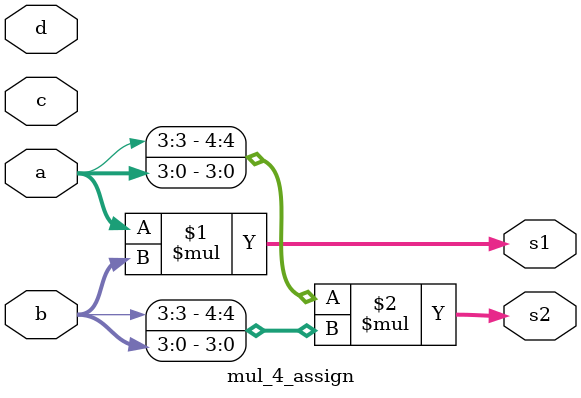
<source format=v>
module mul_4_assign (a, b, c, d, s1, s2);
input signed [3:0] a, b;
input [3:0] c, d;
output signed [4:0] s1, s2;

assign s1 = (a * b);
assign s2 = ($signed(a) * $signed(b));

endmodule // mul_4_assign

</source>
